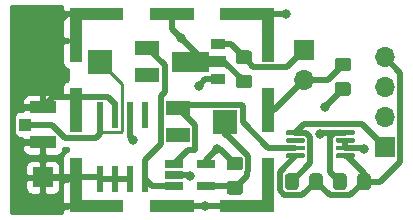
<source format=gbr>
%TF.GenerationSoftware,KiCad,Pcbnew,(5.1.6)-1*%
%TF.CreationDate,2020-10-30T20:39:21-07:00*%
%TF.ProjectId,frontendfull,66726f6e-7465-46e6-9466-756c6c2e6b69,rev?*%
%TF.SameCoordinates,Original*%
%TF.FileFunction,Copper,L1,Top*%
%TF.FilePolarity,Positive*%
%FSLAX46Y46*%
G04 Gerber Fmt 4.6, Leading zero omitted, Abs format (unit mm)*
G04 Created by KiCad (PCBNEW (5.1.6)-1) date 2020-10-30 20:39:21*
%MOMM*%
%LPD*%
G01*
G04 APERTURE LIST*
%TA.AperFunction,SMDPad,CuDef*%
%ADD10R,1.000000X3.550000*%
%TD*%
%TA.AperFunction,SMDPad,CuDef*%
%ADD11R,1.000000X3.800000*%
%TD*%
%TA.AperFunction,SMDPad,CuDef*%
%ADD12R,3.550000X1.000000*%
%TD*%
%TA.AperFunction,SMDPad,CuDef*%
%ADD13R,3.800000X1.000000*%
%TD*%
%TA.AperFunction,SMDPad,CuDef*%
%ADD14R,1.000000X1.000000*%
%TD*%
%TA.AperFunction,SMDPad,CuDef*%
%ADD15R,1.560000X0.650000*%
%TD*%
%TA.AperFunction,SMDPad,CuDef*%
%ADD16R,2.000000X1.300000*%
%TD*%
%TA.AperFunction,SMDPad,CuDef*%
%ADD17R,2.000000X2.000000*%
%TD*%
%TA.AperFunction,SMDPad,CuDef*%
%ADD18C,0.100000*%
%TD*%
%TA.AperFunction,SMDPad,CuDef*%
%ADD19R,1.300000X0.900000*%
%TD*%
%TA.AperFunction,SMDPad,CuDef*%
%ADD20R,0.600000X2.200000*%
%TD*%
%TA.AperFunction,ComponentPad*%
%ADD21O,1.700000X1.700000*%
%TD*%
%TA.AperFunction,ComponentPad*%
%ADD22R,1.700000X1.700000*%
%TD*%
%TA.AperFunction,SMDPad,CuDef*%
%ADD23R,2.200000X1.050000*%
%TD*%
%TA.AperFunction,SMDPad,CuDef*%
%ADD24R,1.050000X1.000000*%
%TD*%
%TA.AperFunction,ViaPad*%
%ADD25C,0.800000*%
%TD*%
%TA.AperFunction,Conductor*%
%ADD26C,0.500000*%
%TD*%
%TA.AperFunction,Conductor*%
%ADD27C,0.250000*%
%TD*%
%TA.AperFunction,Conductor*%
%ADD28C,0.254000*%
%TD*%
G04 APERTURE END LIST*
D10*
%TO.P,J5,1*%
%TO.N,GND*%
X98066000Y-107497000D03*
X81766000Y-107497000D03*
D11*
X98066000Y-101622000D03*
X81766000Y-101622000D03*
D10*
X98066000Y-95747000D03*
X81766000Y-95747000D03*
D12*
X95791000Y-109772000D03*
X95791000Y-93472000D03*
D13*
X89916000Y-109772000D03*
X89916000Y-93472000D03*
D12*
X84041000Y-109772000D03*
X84041000Y-93472000D03*
D14*
X81766000Y-109772000D03*
X98066000Y-109772000D03*
X98066000Y-93472000D03*
X81766000Y-93472000D03*
%TD*%
D15*
%TO.P,U3,5*%
%TO.N,GND*%
X92790000Y-106172000D03*
%TO.P,U3,4*%
%TO.N,Net-(R1-Pad2)*%
X92790000Y-108072000D03*
%TO.P,U3,3*%
%TO.N,Net-(RV1-Pad3)*%
X90090000Y-108072000D03*
%TO.P,U3,2*%
%TO.N,+5V*%
X90090000Y-107122000D03*
%TO.P,U3,1*%
%TO.N,Net-(RV2-Pad1)*%
X90090000Y-106172000D03*
%TD*%
D16*
%TO.P,RV2,3*%
%TO.N,Net-(RV2-Pad3)*%
X90456000Y-103766000D03*
D17*
%TO.P,RV2,2*%
%TO.N,Net-(R1-Pad2)*%
X94456000Y-102616000D03*
D16*
%TO.P,RV2,1*%
%TO.N,Net-(RV2-Pad1)*%
X90456000Y-101466000D03*
%TD*%
%TO.P,R3,2*%
%TO.N,Net-(J4-Pad1)*%
%TA.AperFunction,SMDPad,CuDef*%
G36*
G01*
X100642000Y-107245999D02*
X100642000Y-108146001D01*
G75*
G02*
X100392001Y-108396000I-249999J0D01*
G01*
X99741999Y-108396000D01*
G75*
G02*
X99492000Y-108146001I0J249999D01*
G01*
X99492000Y-107245999D01*
G75*
G02*
X99741999Y-106996000I249999J0D01*
G01*
X100392001Y-106996000D01*
G75*
G02*
X100642000Y-107245999I0J-249999D01*
G01*
G37*
%TD.AperFunction*%
%TO.P,R3,1*%
%TO.N,VCC*%
%TA.AperFunction,SMDPad,CuDef*%
G36*
G01*
X102692000Y-107245999D02*
X102692000Y-108146001D01*
G75*
G02*
X102442001Y-108396000I-249999J0D01*
G01*
X101791999Y-108396000D01*
G75*
G02*
X101542000Y-108146001I0J249999D01*
G01*
X101542000Y-107245999D01*
G75*
G02*
X101791999Y-106996000I249999J0D01*
G01*
X102442001Y-106996000D01*
G75*
G02*
X102692000Y-107245999I0J-249999D01*
G01*
G37*
%TD.AperFunction*%
%TD*%
%TO.P,R2,2*%
%TO.N,Net-(J4-Pad3)*%
%TA.AperFunction,SMDPad,CuDef*%
G36*
G01*
X104706000Y-107245999D02*
X104706000Y-108146001D01*
G75*
G02*
X104456001Y-108396000I-249999J0D01*
G01*
X103805999Y-108396000D01*
G75*
G02*
X103556000Y-108146001I0J249999D01*
G01*
X103556000Y-107245999D01*
G75*
G02*
X103805999Y-106996000I249999J0D01*
G01*
X104456001Y-106996000D01*
G75*
G02*
X104706000Y-107245999I0J-249999D01*
G01*
G37*
%TD.AperFunction*%
%TO.P,R2,1*%
%TO.N,VCC*%
%TA.AperFunction,SMDPad,CuDef*%
G36*
G01*
X106756000Y-107245999D02*
X106756000Y-108146001D01*
G75*
G02*
X106506001Y-108396000I-249999J0D01*
G01*
X105855999Y-108396000D01*
G75*
G02*
X105606000Y-108146001I0J249999D01*
G01*
X105606000Y-107245999D01*
G75*
G02*
X105855999Y-106996000I249999J0D01*
G01*
X106506001Y-106996000D01*
G75*
G02*
X106756000Y-107245999I0J-249999D01*
G01*
G37*
%TD.AperFunction*%
%TD*%
%TO.P,U4,8*%
%TO.N,Net-(J4-Pad3)*%
%TA.AperFunction,SMDPad,CuDef*%
G36*
G01*
X103789000Y-103646000D02*
X103789000Y-103446000D01*
G75*
G02*
X103889000Y-103346000I100000J0D01*
G01*
X105314000Y-103346000D01*
G75*
G02*
X105414000Y-103446000I0J-100000D01*
G01*
X105414000Y-103646000D01*
G75*
G02*
X105314000Y-103746000I-100000J0D01*
G01*
X103889000Y-103746000D01*
G75*
G02*
X103789000Y-103646000I0J100000D01*
G01*
G37*
%TD.AperFunction*%
%TO.P,U4,7*%
%TO.N,GND*%
%TA.AperFunction,SMDPad,CuDef*%
G36*
G01*
X103789000Y-104296000D02*
X103789000Y-104096000D01*
G75*
G02*
X103889000Y-103996000I100000J0D01*
G01*
X105314000Y-103996000D01*
G75*
G02*
X105414000Y-104096000I0J-100000D01*
G01*
X105414000Y-104296000D01*
G75*
G02*
X105314000Y-104396000I-100000J0D01*
G01*
X103889000Y-104396000D01*
G75*
G02*
X103789000Y-104296000I0J100000D01*
G01*
G37*
%TD.AperFunction*%
%TO.P,U4,6*%
%TA.AperFunction,SMDPad,CuDef*%
G36*
G01*
X103789000Y-104946000D02*
X103789000Y-104746000D01*
G75*
G02*
X103889000Y-104646000I100000J0D01*
G01*
X105314000Y-104646000D01*
G75*
G02*
X105414000Y-104746000I0J-100000D01*
G01*
X105414000Y-104946000D01*
G75*
G02*
X105314000Y-105046000I-100000J0D01*
G01*
X103889000Y-105046000D01*
G75*
G02*
X103789000Y-104946000I0J100000D01*
G01*
G37*
%TD.AperFunction*%
%TO.P,U4,5*%
%TO.N,VCC*%
%TA.AperFunction,SMDPad,CuDef*%
G36*
G01*
X103789000Y-105596000D02*
X103789000Y-105396000D01*
G75*
G02*
X103889000Y-105296000I100000J0D01*
G01*
X105314000Y-105296000D01*
G75*
G02*
X105414000Y-105396000I0J-100000D01*
G01*
X105414000Y-105596000D01*
G75*
G02*
X105314000Y-105696000I-100000J0D01*
G01*
X103889000Y-105696000D01*
G75*
G02*
X103789000Y-105596000I0J100000D01*
G01*
G37*
%TD.AperFunction*%
%TO.P,U4,4*%
%TA.AperFunction,SMDPad,CuDef*%
G36*
G01*
X99564000Y-105596000D02*
X99564000Y-105396000D01*
G75*
G02*
X99664000Y-105296000I100000J0D01*
G01*
X101089000Y-105296000D01*
G75*
G02*
X101189000Y-105396000I0J-100000D01*
G01*
X101189000Y-105596000D01*
G75*
G02*
X101089000Y-105696000I-100000J0D01*
G01*
X99664000Y-105696000D01*
G75*
G02*
X99564000Y-105596000I0J100000D01*
G01*
G37*
%TD.AperFunction*%
%TO.P,U4,3*%
%TO.N,Net-(RV2-Pad1)*%
%TA.AperFunction,SMDPad,CuDef*%
G36*
G01*
X99564000Y-104946000D02*
X99564000Y-104746000D01*
G75*
G02*
X99664000Y-104646000I100000J0D01*
G01*
X101089000Y-104646000D01*
G75*
G02*
X101189000Y-104746000I0J-100000D01*
G01*
X101189000Y-104946000D01*
G75*
G02*
X101089000Y-105046000I-100000J0D01*
G01*
X99664000Y-105046000D01*
G75*
G02*
X99564000Y-104946000I0J100000D01*
G01*
G37*
%TD.AperFunction*%
%TO.P,U4,2*%
%TO.N,Net-(U4-Pad2)*%
%TA.AperFunction,SMDPad,CuDef*%
G36*
G01*
X99564000Y-104296000D02*
X99564000Y-104096000D01*
G75*
G02*
X99664000Y-103996000I100000J0D01*
G01*
X101089000Y-103996000D01*
G75*
G02*
X101189000Y-104096000I0J-100000D01*
G01*
X101189000Y-104296000D01*
G75*
G02*
X101089000Y-104396000I-100000J0D01*
G01*
X99664000Y-104396000D01*
G75*
G02*
X99564000Y-104296000I0J100000D01*
G01*
G37*
%TD.AperFunction*%
%TO.P,U4,1*%
%TO.N,Net-(J4-Pad1)*%
%TA.AperFunction,SMDPad,CuDef*%
G36*
G01*
X99564000Y-103646000D02*
X99564000Y-103446000D01*
G75*
G02*
X99664000Y-103346000I100000J0D01*
G01*
X101089000Y-103346000D01*
G75*
G02*
X101189000Y-103446000I0J-100000D01*
G01*
X101189000Y-103646000D01*
G75*
G02*
X101089000Y-103746000I-100000J0D01*
G01*
X99664000Y-103746000D01*
G75*
G02*
X99564000Y-103646000I0J100000D01*
G01*
G37*
%TD.AperFunction*%
%TD*%
%TA.AperFunction,SMDPad,CuDef*%
D18*
%TO.P,U2,2*%
%TO.N,GND*%
G36*
X89902000Y-96669500D02*
G01*
X93027000Y-96669500D01*
X93027000Y-97086000D01*
X94502000Y-97086000D01*
X94502000Y-97986000D01*
X93027000Y-97986000D01*
X93027000Y-98402500D01*
X89902000Y-98402500D01*
X89902000Y-96669500D01*
G37*
%TD.AperFunction*%
D19*
%TO.P,U2,3*%
%TO.N,Net-(C1-Pad1)*%
X93852000Y-96036000D03*
%TO.P,U2,1*%
%TO.N,+5V*%
X93852000Y-99036000D03*
%TD*%
D20*
%TO.P,U1,4*%
%TO.N,Net-(RV1-Pad3)*%
X87630000Y-107475000D03*
%TO.P,U1,5*%
%TO.N,N/C*%
X87630000Y-102075000D03*
%TO.P,U1,3*%
%TO.N,GND*%
X86360000Y-107475000D03*
%TO.P,U1,6*%
%TO.N,+5V*%
X86360000Y-102075000D03*
%TO.P,U1,2*%
%TO.N,GND*%
X85090000Y-107475000D03*
%TO.P,U1,7*%
X85090000Y-102075000D03*
%TO.P,U1,1*%
X83820000Y-107475000D03*
%TO.P,U1,8*%
%TO.N,Net-(J3-Pad1)*%
X83820000Y-102075000D03*
%TD*%
D16*
%TO.P,RV1,3*%
%TO.N,Net-(RV1-Pad3)*%
X87852000Y-96386000D03*
D17*
%TO.P,RV1,2*%
%TO.N,Net-(J3-Pad1)*%
X83852000Y-97536000D03*
D16*
%TO.P,RV1,1*%
%TO.N,Net-(RV1-Pad1)*%
X87852000Y-98686000D03*
%TD*%
%TO.P,R1,2*%
%TO.N,Net-(R1-Pad2)*%
%TA.AperFunction,SMDPad,CuDef*%
G36*
G01*
X94799999Y-107638000D02*
X95700001Y-107638000D01*
G75*
G02*
X95950000Y-107887999I0J-249999D01*
G01*
X95950000Y-108538001D01*
G75*
G02*
X95700001Y-108788000I-249999J0D01*
G01*
X94799999Y-108788000D01*
G75*
G02*
X94550000Y-108538001I0J249999D01*
G01*
X94550000Y-107887999D01*
G75*
G02*
X94799999Y-107638000I249999J0D01*
G01*
G37*
%TD.AperFunction*%
%TO.P,R1,1*%
%TO.N,GND*%
%TA.AperFunction,SMDPad,CuDef*%
G36*
G01*
X94799999Y-105588000D02*
X95700001Y-105588000D01*
G75*
G02*
X95950000Y-105837999I0J-249999D01*
G01*
X95950000Y-106488001D01*
G75*
G02*
X95700001Y-106738000I-249999J0D01*
G01*
X94799999Y-106738000D01*
G75*
G02*
X94550000Y-106488001I0J249999D01*
G01*
X94550000Y-105837999D01*
G75*
G02*
X94799999Y-105588000I249999J0D01*
G01*
G37*
%TD.AperFunction*%
%TD*%
D21*
%TO.P,J4,4*%
%TO.N,VCC*%
X107950000Y-97155000D03*
%TO.P,J4,3*%
%TO.N,Net-(J4-Pad3)*%
X107950000Y-99695000D03*
%TO.P,J4,2*%
%TO.N,GND*%
X107950000Y-102235000D03*
D22*
%TO.P,J4,1*%
%TO.N,Net-(J4-Pad1)*%
X107950000Y-104775000D03*
%TD*%
D23*
%TO.P,J3,2*%
%TO.N,GND*%
X78994000Y-101395000D03*
D24*
%TO.P,J3,1*%
%TO.N,Net-(J3-Pad1)*%
X77469000Y-102870000D03*
D23*
%TO.P,J3,2*%
%TO.N,GND*%
X78994000Y-104345000D03*
%TD*%
D22*
%TO.P,J2,1*%
%TO.N,GND*%
X78994000Y-107315000D03*
%TD*%
D21*
%TO.P,J1,2*%
%TO.N,GND*%
X101092000Y-99060000D03*
D22*
%TO.P,J1,1*%
%TO.N,Net-(C1-Pad1)*%
X101092000Y-96520000D03*
%TD*%
%TO.P,C2,2*%
%TO.N,GND*%
%TA.AperFunction,SMDPad,CuDef*%
G36*
G01*
X104844001Y-98356000D02*
X103943999Y-98356000D01*
G75*
G02*
X103694000Y-98106001I0J249999D01*
G01*
X103694000Y-97455999D01*
G75*
G02*
X103943999Y-97206000I249999J0D01*
G01*
X104844001Y-97206000D01*
G75*
G02*
X105094000Y-97455999I0J-249999D01*
G01*
X105094000Y-98106001D01*
G75*
G02*
X104844001Y-98356000I-249999J0D01*
G01*
G37*
%TD.AperFunction*%
%TO.P,C2,1*%
%TO.N,+5V*%
%TA.AperFunction,SMDPad,CuDef*%
G36*
G01*
X104844001Y-100406000D02*
X103943999Y-100406000D01*
G75*
G02*
X103694000Y-100156001I0J249999D01*
G01*
X103694000Y-99505999D01*
G75*
G02*
X103943999Y-99256000I249999J0D01*
G01*
X104844001Y-99256000D01*
G75*
G02*
X105094000Y-99505999I0J-249999D01*
G01*
X105094000Y-100156001D01*
G75*
G02*
X104844001Y-100406000I-249999J0D01*
G01*
G37*
%TD.AperFunction*%
%TD*%
%TO.P,C1,2*%
%TO.N,GND*%
%TA.AperFunction,SMDPad,CuDef*%
G36*
G01*
X95561999Y-98630000D02*
X96462001Y-98630000D01*
G75*
G02*
X96712000Y-98879999I0J-249999D01*
G01*
X96712000Y-99530001D01*
G75*
G02*
X96462001Y-99780000I-249999J0D01*
G01*
X95561999Y-99780000D01*
G75*
G02*
X95312000Y-99530001I0J249999D01*
G01*
X95312000Y-98879999D01*
G75*
G02*
X95561999Y-98630000I249999J0D01*
G01*
G37*
%TD.AperFunction*%
%TO.P,C1,1*%
%TO.N,Net-(C1-Pad1)*%
%TA.AperFunction,SMDPad,CuDef*%
G36*
G01*
X95561999Y-96580000D02*
X96462001Y-96580000D01*
G75*
G02*
X96712000Y-96829999I0J-249999D01*
G01*
X96712000Y-97480001D01*
G75*
G02*
X96462001Y-97730000I-249999J0D01*
G01*
X95561999Y-97730000D01*
G75*
G02*
X95312000Y-97480001I0J249999D01*
G01*
X95312000Y-96829999D01*
G75*
G02*
X95561999Y-96580000I249999J0D01*
G01*
G37*
%TD.AperFunction*%
%TD*%
D25*
%TO.N,GND*%
X106172000Y-104902000D03*
X90678000Y-95504000D03*
X80010000Y-109982000D03*
X92710000Y-109728000D03*
X99568000Y-93472000D03*
X79756000Y-94742000D03*
X93726000Y-104902000D03*
%TO.N,+5V*%
X86614000Y-104140000D03*
X92202000Y-99568000D03*
X102870000Y-101346000D03*
X91440000Y-107188000D03*
%TO.N,Net-(J4-Pad3)*%
X102471388Y-103695990D03*
%TD*%
D26*
%TO.N,GND*%
X79215000Y-107155000D02*
X79375000Y-107315000D01*
X83660000Y-107315000D02*
X83820000Y-107475000D01*
X79375000Y-107315000D02*
X83660000Y-107315000D01*
X83820000Y-107475000D02*
X85090000Y-107475000D01*
X85090000Y-107475000D02*
X86360000Y-107475000D01*
X104601500Y-104846000D02*
X104601500Y-104246010D01*
X104601500Y-104846000D02*
X106116000Y-104846000D01*
X106116000Y-104846000D02*
X106172000Y-104902000D01*
X78994000Y-106934000D02*
X79375000Y-107315000D01*
X78994000Y-104345000D02*
X78994000Y-106934000D01*
X84480001Y-100524999D02*
X85090000Y-101134998D01*
X78961000Y-101395000D02*
X79831001Y-100524999D01*
X85090000Y-101134998D02*
X85090000Y-102075000D01*
X77075998Y-104345000D02*
X76460999Y-103730001D01*
X76460999Y-103730001D02*
X76460999Y-102009999D01*
X78961000Y-104345000D02*
X77075998Y-104345000D01*
X76460999Y-102009999D02*
X77075998Y-101395000D01*
X77075998Y-101395000D02*
X78961000Y-101395000D01*
X93764500Y-97536000D02*
X92710000Y-97536000D01*
X92710000Y-97536000D02*
X90678000Y-95504000D01*
X94343000Y-97536000D02*
X96012000Y-99205000D01*
X93764500Y-97536000D02*
X94343000Y-97536000D01*
X81766000Y-109772000D02*
X80220000Y-109772000D01*
X80220000Y-109772000D02*
X80010000Y-109982000D01*
X89916000Y-109772000D02*
X92666000Y-109772000D01*
X92666000Y-109772000D02*
X92710000Y-109728000D01*
X92754000Y-109772000D02*
X92710000Y-109728000D01*
X95791000Y-109772000D02*
X92754000Y-109772000D01*
X98530000Y-101622000D02*
X101092000Y-99060000D01*
X98066000Y-101622000D02*
X98530000Y-101622000D01*
X98066000Y-95747000D02*
X98066000Y-93472000D01*
X98066000Y-93472000D02*
X95791000Y-93472000D01*
X98066000Y-93472000D02*
X99568000Y-93472000D01*
X89916000Y-94742000D02*
X90678000Y-95504000D01*
X89916000Y-93472000D02*
X89916000Y-94742000D01*
X84041000Y-93472000D02*
X81766000Y-93472000D01*
X81766000Y-93472000D02*
X81766000Y-95747000D01*
X81766000Y-93472000D02*
X81026000Y-93472000D01*
X81026000Y-93472000D02*
X79756000Y-94742000D01*
X81766000Y-100562000D02*
X81728999Y-100524999D01*
X81766000Y-101622000D02*
X81766000Y-100562000D01*
X79831001Y-100524999D02*
X81728999Y-100524999D01*
X81728999Y-100524999D02*
X84480001Y-100524999D01*
X103115000Y-99060000D02*
X104394000Y-97781000D01*
X101092000Y-99060000D02*
X103115000Y-99060000D01*
X81766000Y-109772000D02*
X84041000Y-109772000D01*
X92790000Y-106172000D02*
X92790000Y-105838000D01*
X92790000Y-105838000D02*
X93726000Y-104902000D01*
X93989000Y-104902000D02*
X95250000Y-106163000D01*
X93726000Y-104902000D02*
X93989000Y-104902000D01*
X98066000Y-107497000D02*
X98066000Y-109772000D01*
X98066000Y-109772000D02*
X95791000Y-109772000D01*
%TO.N,Net-(C1-Pad1)*%
X94893000Y-96036000D02*
X96012000Y-97155000D01*
X93852000Y-96036000D02*
X94893000Y-96036000D01*
X96829001Y-97972001D02*
X99639999Y-97972001D01*
X99639999Y-97972001D02*
X101092000Y-96520000D01*
X96012000Y-97155000D02*
X96829001Y-97972001D01*
%TO.N,+5V*%
X86360000Y-102075000D02*
X86360000Y-103886000D01*
X86360000Y-103886000D02*
X86614000Y-104140000D01*
X93852000Y-99036000D02*
X92734000Y-99036000D01*
X92734000Y-99036000D02*
X92202000Y-99568000D01*
X104394000Y-99831000D02*
X104385000Y-99831000D01*
X104385000Y-99831000D02*
X102870000Y-101346000D01*
X90090000Y-107122000D02*
X91374000Y-107122000D01*
X91374000Y-107122000D02*
X91440000Y-107188000D01*
%TO.N,Net-(J3-Pad1)*%
X83820000Y-102724998D02*
X83820000Y-102075000D01*
D27*
X85650001Y-103500001D02*
X85734999Y-103415003D01*
X83820000Y-103425000D02*
X83895001Y-103500001D01*
X83895001Y-103500001D02*
X85650001Y-103500001D01*
X83820000Y-102075000D02*
X83820000Y-103425000D01*
X85734999Y-99418999D02*
X85734999Y-103415003D01*
X83852000Y-97536000D02*
X85734999Y-99418999D01*
D26*
X83522999Y-103972001D02*
X83820000Y-103675000D01*
X80905999Y-103972001D02*
X83522999Y-103972001D01*
X83820000Y-103675000D02*
X83820000Y-102075000D01*
X79803998Y-102870000D02*
X80905999Y-103972001D01*
X77469000Y-102870000D02*
X79803998Y-102870000D01*
%TO.N,Net-(J4-Pad3)*%
X103661166Y-103546000D02*
X104601500Y-103546000D01*
X103338990Y-103868176D02*
X103661166Y-103546000D01*
X103338990Y-106903990D02*
X103338990Y-103868176D01*
X104131000Y-107696000D02*
X103338990Y-106903990D01*
X104601500Y-103546000D02*
X102621378Y-103546000D01*
X102621378Y-103546000D02*
X102471388Y-103695990D01*
%TO.N,Net-(J4-Pad1)*%
X101639010Y-103868176D02*
X101316834Y-103546000D01*
X101639010Y-106123990D02*
X101639010Y-103868176D01*
X101316834Y-103546000D02*
X100376500Y-103546000D01*
X100067000Y-107696000D02*
X101639010Y-106123990D01*
X101076510Y-102845990D02*
X100376500Y-103546000D01*
X106020990Y-102845990D02*
X101076510Y-102845990D01*
X107950000Y-104775000D02*
X106020990Y-102845990D01*
%TO.N,Net-(R1-Pad2)*%
X94456000Y-102616000D02*
X94456000Y-103731034D01*
X96273010Y-107189990D02*
X95250000Y-108213000D01*
X95109000Y-108072000D02*
X95250000Y-108213000D01*
X92790000Y-108072000D02*
X95109000Y-108072000D01*
X94583000Y-103731034D02*
X94456000Y-103731034D01*
X96400010Y-105548044D02*
X94583000Y-103731034D01*
X96273010Y-106904956D02*
X96400010Y-106777956D01*
X96400010Y-106777956D02*
X96400010Y-105548044D01*
X96273010Y-107189990D02*
X96273010Y-106904956D01*
%TO.N,Net-(RV1-Pad3)*%
X87630000Y-105875000D02*
X89005999Y-104499001D01*
X87630000Y-107475000D02*
X87630000Y-105875000D01*
X89302001Y-97836001D02*
X87852000Y-96386000D01*
X89302001Y-100139997D02*
X89302001Y-97836001D01*
X89005999Y-100435999D02*
X89302001Y-100139997D01*
X89005999Y-104499001D02*
X89005999Y-100435999D01*
X88227000Y-108072000D02*
X90090000Y-108072000D01*
X87630000Y-107475000D02*
X88227000Y-108072000D01*
%TO.N,Net-(RV2-Pad1)*%
X91906001Y-102916001D02*
X90456000Y-101466000D01*
X91906001Y-105003999D02*
X91906001Y-102916001D01*
X90756001Y-101165999D02*
X90456000Y-101466000D01*
X95816001Y-101165999D02*
X90756001Y-101165999D01*
X95906001Y-101255999D02*
X95816001Y-101165999D01*
X95906001Y-102672003D02*
X95906001Y-101255999D01*
X98079998Y-104846000D02*
X95906001Y-102672003D01*
X100376500Y-104846000D02*
X98079998Y-104846000D01*
X91258001Y-105003999D02*
X90090000Y-106172000D01*
X91906001Y-105003999D02*
X91258001Y-105003999D01*
%TO.N,VCC*%
X104731010Y-105546010D02*
X104601500Y-105546010D01*
X106181000Y-107696000D02*
X106181000Y-106996000D01*
D27*
X100376500Y-105496000D02*
X100376500Y-105538057D01*
X100376500Y-105496000D02*
X99990000Y-105496000D01*
D26*
X106181000Y-106996000D02*
X104731010Y-105546010D01*
X109250001Y-105985001D02*
X107539002Y-107696000D01*
X109250001Y-98455001D02*
X109250001Y-105985001D01*
X107539002Y-107696000D02*
X106181000Y-107696000D01*
X107950000Y-97155000D02*
X109250001Y-98455001D01*
X105030990Y-108846010D02*
X103267010Y-108846010D01*
X103267010Y-108846010D02*
X102117000Y-107696000D01*
X106181000Y-107696000D02*
X105030990Y-108846010D01*
X100326490Y-105546010D02*
X100376500Y-105546010D01*
X100966990Y-108846010D02*
X99452044Y-108846010D01*
X102117000Y-107696000D02*
X100966990Y-108846010D01*
X99452044Y-108846010D02*
X99041990Y-108435956D01*
X99041990Y-108435956D02*
X99041990Y-106830510D01*
X99041990Y-106830510D02*
X100326490Y-105546010D01*
%TD*%
D28*
%TO.N,GND*%
G36*
X76354498Y-103614180D02*
G01*
X76413463Y-103724494D01*
X76492815Y-103821185D01*
X76589506Y-103900537D01*
X76699820Y-103959502D01*
X76819518Y-103995812D01*
X76944000Y-104008072D01*
X77258343Y-104008072D01*
X77259000Y-104059250D01*
X77417750Y-104218000D01*
X78867000Y-104218000D01*
X78867000Y-104198000D01*
X79121000Y-104198000D01*
X79121000Y-104218000D01*
X79141000Y-104218000D01*
X79141000Y-104472000D01*
X79121000Y-104472000D01*
X79121000Y-105346250D01*
X79279750Y-105505000D01*
X80094000Y-105508072D01*
X80218482Y-105495812D01*
X80338180Y-105459502D01*
X80448494Y-105400537D01*
X80545185Y-105321185D01*
X80624537Y-105224494D01*
X80683502Y-105114180D01*
X80719812Y-104994482D01*
X80732072Y-104870000D01*
X80731738Y-104843962D01*
X80732509Y-104844196D01*
X80862522Y-104857001D01*
X80862530Y-104857001D01*
X80905999Y-104861282D01*
X80949468Y-104857001D01*
X81153000Y-104857001D01*
X81153000Y-105095057D01*
X81141518Y-105096188D01*
X81021820Y-105132498D01*
X80911506Y-105191463D01*
X80814815Y-105270815D01*
X80735463Y-105367506D01*
X80676498Y-105477820D01*
X80640188Y-105597518D01*
X80627928Y-105722000D01*
X80631000Y-107211250D01*
X80789750Y-107370000D01*
X81153000Y-107370000D01*
X81153000Y-107624000D01*
X80789750Y-107624000D01*
X80631000Y-107782750D01*
X80627928Y-109272000D01*
X80631000Y-109486250D01*
X80694375Y-109549625D01*
X80735463Y-109626494D01*
X80814815Y-109723185D01*
X80911506Y-109802537D01*
X81021820Y-109861502D01*
X81141518Y-109897812D01*
X81153000Y-109898943D01*
X81153000Y-109899000D01*
X80789750Y-109899000D01*
X80631000Y-110057750D01*
X80627928Y-110272000D01*
X80636890Y-110363000D01*
X76327000Y-110363000D01*
X76327000Y-108165000D01*
X77505928Y-108165000D01*
X77518188Y-108289482D01*
X77554498Y-108409180D01*
X77613463Y-108519494D01*
X77692815Y-108616185D01*
X77789506Y-108695537D01*
X77899820Y-108754502D01*
X78019518Y-108790812D01*
X78144000Y-108803072D01*
X78708250Y-108800000D01*
X78867000Y-108641250D01*
X78867000Y-107442000D01*
X79121000Y-107442000D01*
X79121000Y-108641250D01*
X79279750Y-108800000D01*
X79844000Y-108803072D01*
X79968482Y-108790812D01*
X80088180Y-108754502D01*
X80198494Y-108695537D01*
X80295185Y-108616185D01*
X80374537Y-108519494D01*
X80433502Y-108409180D01*
X80469812Y-108289482D01*
X80482072Y-108165000D01*
X80479000Y-107600750D01*
X80320250Y-107442000D01*
X79121000Y-107442000D01*
X78867000Y-107442000D01*
X77667750Y-107442000D01*
X77509000Y-107600750D01*
X77505928Y-108165000D01*
X76327000Y-108165000D01*
X76327000Y-106465000D01*
X77505928Y-106465000D01*
X77509000Y-107029250D01*
X77667750Y-107188000D01*
X78867000Y-107188000D01*
X78867000Y-105988750D01*
X79121000Y-105988750D01*
X79121000Y-107188000D01*
X80320250Y-107188000D01*
X80479000Y-107029250D01*
X80482072Y-106465000D01*
X80469812Y-106340518D01*
X80433502Y-106220820D01*
X80374537Y-106110506D01*
X80295185Y-106013815D01*
X80198494Y-105934463D01*
X80088180Y-105875498D01*
X79968482Y-105839188D01*
X79844000Y-105826928D01*
X79279750Y-105830000D01*
X79121000Y-105988750D01*
X78867000Y-105988750D01*
X78708250Y-105830000D01*
X78144000Y-105826928D01*
X78019518Y-105839188D01*
X77899820Y-105875498D01*
X77789506Y-105934463D01*
X77692815Y-106013815D01*
X77613463Y-106110506D01*
X77554498Y-106220820D01*
X77518188Y-106340518D01*
X77505928Y-106465000D01*
X76327000Y-106465000D01*
X76327000Y-104870000D01*
X77255928Y-104870000D01*
X77268188Y-104994482D01*
X77304498Y-105114180D01*
X77363463Y-105224494D01*
X77442815Y-105321185D01*
X77539506Y-105400537D01*
X77649820Y-105459502D01*
X77769518Y-105495812D01*
X77894000Y-105508072D01*
X78708250Y-105505000D01*
X78867000Y-105346250D01*
X78867000Y-104472000D01*
X77417750Y-104472000D01*
X77259000Y-104630750D01*
X77255928Y-104870000D01*
X76327000Y-104870000D01*
X76327000Y-103523531D01*
X76354498Y-103614180D01*
G37*
X76354498Y-103614180D02*
X76413463Y-103724494D01*
X76492815Y-103821185D01*
X76589506Y-103900537D01*
X76699820Y-103959502D01*
X76819518Y-103995812D01*
X76944000Y-104008072D01*
X77258343Y-104008072D01*
X77259000Y-104059250D01*
X77417750Y-104218000D01*
X78867000Y-104218000D01*
X78867000Y-104198000D01*
X79121000Y-104198000D01*
X79121000Y-104218000D01*
X79141000Y-104218000D01*
X79141000Y-104472000D01*
X79121000Y-104472000D01*
X79121000Y-105346250D01*
X79279750Y-105505000D01*
X80094000Y-105508072D01*
X80218482Y-105495812D01*
X80338180Y-105459502D01*
X80448494Y-105400537D01*
X80545185Y-105321185D01*
X80624537Y-105224494D01*
X80683502Y-105114180D01*
X80719812Y-104994482D01*
X80732072Y-104870000D01*
X80731738Y-104843962D01*
X80732509Y-104844196D01*
X80862522Y-104857001D01*
X80862530Y-104857001D01*
X80905999Y-104861282D01*
X80949468Y-104857001D01*
X81153000Y-104857001D01*
X81153000Y-105095057D01*
X81141518Y-105096188D01*
X81021820Y-105132498D01*
X80911506Y-105191463D01*
X80814815Y-105270815D01*
X80735463Y-105367506D01*
X80676498Y-105477820D01*
X80640188Y-105597518D01*
X80627928Y-105722000D01*
X80631000Y-107211250D01*
X80789750Y-107370000D01*
X81153000Y-107370000D01*
X81153000Y-107624000D01*
X80789750Y-107624000D01*
X80631000Y-107782750D01*
X80627928Y-109272000D01*
X80631000Y-109486250D01*
X80694375Y-109549625D01*
X80735463Y-109626494D01*
X80814815Y-109723185D01*
X80911506Y-109802537D01*
X81021820Y-109861502D01*
X81141518Y-109897812D01*
X81153000Y-109898943D01*
X81153000Y-109899000D01*
X80789750Y-109899000D01*
X80631000Y-110057750D01*
X80627928Y-110272000D01*
X80636890Y-110363000D01*
X76327000Y-110363000D01*
X76327000Y-108165000D01*
X77505928Y-108165000D01*
X77518188Y-108289482D01*
X77554498Y-108409180D01*
X77613463Y-108519494D01*
X77692815Y-108616185D01*
X77789506Y-108695537D01*
X77899820Y-108754502D01*
X78019518Y-108790812D01*
X78144000Y-108803072D01*
X78708250Y-108800000D01*
X78867000Y-108641250D01*
X78867000Y-107442000D01*
X79121000Y-107442000D01*
X79121000Y-108641250D01*
X79279750Y-108800000D01*
X79844000Y-108803072D01*
X79968482Y-108790812D01*
X80088180Y-108754502D01*
X80198494Y-108695537D01*
X80295185Y-108616185D01*
X80374537Y-108519494D01*
X80433502Y-108409180D01*
X80469812Y-108289482D01*
X80482072Y-108165000D01*
X80479000Y-107600750D01*
X80320250Y-107442000D01*
X79121000Y-107442000D01*
X78867000Y-107442000D01*
X77667750Y-107442000D01*
X77509000Y-107600750D01*
X77505928Y-108165000D01*
X76327000Y-108165000D01*
X76327000Y-106465000D01*
X77505928Y-106465000D01*
X77509000Y-107029250D01*
X77667750Y-107188000D01*
X78867000Y-107188000D01*
X78867000Y-105988750D01*
X79121000Y-105988750D01*
X79121000Y-107188000D01*
X80320250Y-107188000D01*
X80479000Y-107029250D01*
X80482072Y-106465000D01*
X80469812Y-106340518D01*
X80433502Y-106220820D01*
X80374537Y-106110506D01*
X80295185Y-106013815D01*
X80198494Y-105934463D01*
X80088180Y-105875498D01*
X79968482Y-105839188D01*
X79844000Y-105826928D01*
X79279750Y-105830000D01*
X79121000Y-105988750D01*
X78867000Y-105988750D01*
X78708250Y-105830000D01*
X78144000Y-105826928D01*
X78019518Y-105839188D01*
X77899820Y-105875498D01*
X77789506Y-105934463D01*
X77692815Y-106013815D01*
X77613463Y-106110506D01*
X77554498Y-106220820D01*
X77518188Y-106340518D01*
X77505928Y-106465000D01*
X76327000Y-106465000D01*
X76327000Y-104870000D01*
X77255928Y-104870000D01*
X77268188Y-104994482D01*
X77304498Y-105114180D01*
X77363463Y-105224494D01*
X77442815Y-105321185D01*
X77539506Y-105400537D01*
X77649820Y-105459502D01*
X77769518Y-105495812D01*
X77894000Y-105508072D01*
X78708250Y-105505000D01*
X78867000Y-105346250D01*
X78867000Y-104472000D01*
X77417750Y-104472000D01*
X77259000Y-104630750D01*
X77255928Y-104870000D01*
X76327000Y-104870000D01*
X76327000Y-103523531D01*
X76354498Y-103614180D01*
G36*
X80640188Y-92847518D02*
G01*
X80627928Y-92972000D01*
X80631000Y-93186250D01*
X80789750Y-93345000D01*
X81153000Y-93345000D01*
X81153000Y-93345057D01*
X81141518Y-93346188D01*
X81021820Y-93382498D01*
X80911506Y-93441463D01*
X80814815Y-93520815D01*
X80735463Y-93617506D01*
X80694375Y-93694375D01*
X80631000Y-93757750D01*
X80627928Y-93972000D01*
X80631000Y-95461250D01*
X80789750Y-95620000D01*
X81153000Y-95620000D01*
X81153000Y-95874000D01*
X80789750Y-95874000D01*
X80631000Y-96032750D01*
X80627928Y-97522000D01*
X80640188Y-97646482D01*
X80676498Y-97766180D01*
X80735463Y-97876494D01*
X80814815Y-97973185D01*
X80911506Y-98052537D01*
X81021820Y-98111502D01*
X81141518Y-98147812D01*
X81153000Y-98148943D01*
X81153000Y-99095057D01*
X81141518Y-99096188D01*
X81021820Y-99132498D01*
X80911506Y-99191463D01*
X80814815Y-99270815D01*
X80735463Y-99367506D01*
X80676498Y-99477820D01*
X80640188Y-99597518D01*
X80627928Y-99722000D01*
X80629456Y-100524708D01*
X80624537Y-100515506D01*
X80545185Y-100418815D01*
X80448494Y-100339463D01*
X80338180Y-100280498D01*
X80218482Y-100244188D01*
X80094000Y-100231928D01*
X79279750Y-100235000D01*
X79121000Y-100393750D01*
X79121000Y-101268000D01*
X79141000Y-101268000D01*
X79141000Y-101522000D01*
X79121000Y-101522000D01*
X79121000Y-101542000D01*
X78867000Y-101542000D01*
X78867000Y-101522000D01*
X77417750Y-101522000D01*
X77259000Y-101680750D01*
X77258343Y-101731928D01*
X76944000Y-101731928D01*
X76819518Y-101744188D01*
X76699820Y-101780498D01*
X76589506Y-101839463D01*
X76492815Y-101918815D01*
X76413463Y-102015506D01*
X76354498Y-102125820D01*
X76327000Y-102216469D01*
X76327000Y-100870000D01*
X77255928Y-100870000D01*
X77259000Y-101109250D01*
X77417750Y-101268000D01*
X78867000Y-101268000D01*
X78867000Y-100393750D01*
X78708250Y-100235000D01*
X77894000Y-100231928D01*
X77769518Y-100244188D01*
X77649820Y-100280498D01*
X77539506Y-100339463D01*
X77442815Y-100418815D01*
X77363463Y-100515506D01*
X77304498Y-100625820D01*
X77268188Y-100745518D01*
X77255928Y-100870000D01*
X76327000Y-100870000D01*
X76327000Y-92837000D01*
X80643379Y-92837000D01*
X80640188Y-92847518D01*
G37*
X80640188Y-92847518D02*
X80627928Y-92972000D01*
X80631000Y-93186250D01*
X80789750Y-93345000D01*
X81153000Y-93345000D01*
X81153000Y-93345057D01*
X81141518Y-93346188D01*
X81021820Y-93382498D01*
X80911506Y-93441463D01*
X80814815Y-93520815D01*
X80735463Y-93617506D01*
X80694375Y-93694375D01*
X80631000Y-93757750D01*
X80627928Y-93972000D01*
X80631000Y-95461250D01*
X80789750Y-95620000D01*
X81153000Y-95620000D01*
X81153000Y-95874000D01*
X80789750Y-95874000D01*
X80631000Y-96032750D01*
X80627928Y-97522000D01*
X80640188Y-97646482D01*
X80676498Y-97766180D01*
X80735463Y-97876494D01*
X80814815Y-97973185D01*
X80911506Y-98052537D01*
X81021820Y-98111502D01*
X81141518Y-98147812D01*
X81153000Y-98148943D01*
X81153000Y-99095057D01*
X81141518Y-99096188D01*
X81021820Y-99132498D01*
X80911506Y-99191463D01*
X80814815Y-99270815D01*
X80735463Y-99367506D01*
X80676498Y-99477820D01*
X80640188Y-99597518D01*
X80627928Y-99722000D01*
X80629456Y-100524708D01*
X80624537Y-100515506D01*
X80545185Y-100418815D01*
X80448494Y-100339463D01*
X80338180Y-100280498D01*
X80218482Y-100244188D01*
X80094000Y-100231928D01*
X79279750Y-100235000D01*
X79121000Y-100393750D01*
X79121000Y-101268000D01*
X79141000Y-101268000D01*
X79141000Y-101522000D01*
X79121000Y-101522000D01*
X79121000Y-101542000D01*
X78867000Y-101542000D01*
X78867000Y-101522000D01*
X77417750Y-101522000D01*
X77259000Y-101680750D01*
X77258343Y-101731928D01*
X76944000Y-101731928D01*
X76819518Y-101744188D01*
X76699820Y-101780498D01*
X76589506Y-101839463D01*
X76492815Y-101918815D01*
X76413463Y-102015506D01*
X76354498Y-102125820D01*
X76327000Y-102216469D01*
X76327000Y-100870000D01*
X77255928Y-100870000D01*
X77259000Y-101109250D01*
X77417750Y-101268000D01*
X78867000Y-101268000D01*
X78867000Y-100393750D01*
X78708250Y-100235000D01*
X77894000Y-100231928D01*
X77769518Y-100244188D01*
X77649820Y-100280498D01*
X77539506Y-100339463D01*
X77442815Y-100418815D01*
X77363463Y-100515506D01*
X77304498Y-100625820D01*
X77268188Y-100745518D01*
X77255928Y-100870000D01*
X76327000Y-100870000D01*
X76327000Y-92837000D01*
X80643379Y-92837000D01*
X80640188Y-92847518D01*
%TD*%
M02*

</source>
